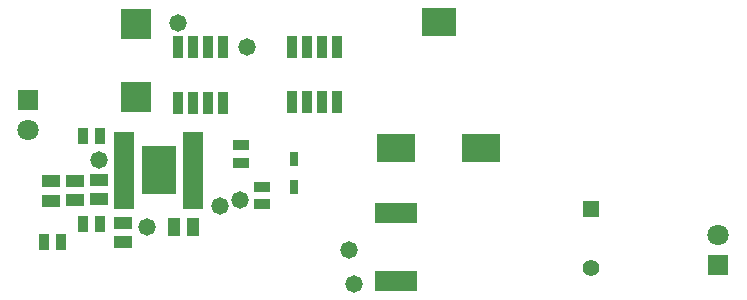
<source format=gts>
G04*
G04 #@! TF.GenerationSoftware,Altium Limited,Altium Designer,24.0.1 (36)*
G04*
G04 Layer_Color=8388736*
%FSLAX44Y44*%
%MOMM*%
G71*
G04*
G04 #@! TF.SameCoordinates,861917B8-4398-4D05-8FE2-F05A855006CB*
G04*
G04*
G04 #@! TF.FilePolarity,Negative*
G04*
G01*
G75*
%ADD19R,0.9500X1.3500*%
%ADD24R,1.3500X0.9500*%
%ADD27R,2.9732X2.4632*%
%ADD28R,3.2732X2.4632*%
%ADD29R,0.9232X1.9832*%
%ADD30R,1.5532X1.0532*%
%ADD31R,1.6532X0.6532*%
%ADD32R,2.9432X4.0632*%
%ADD33R,1.0532X1.5532*%
%ADD34R,2.6532X2.5532*%
%ADD35R,3.6232X1.7432*%
%ADD36R,0.7532X1.2532*%
%ADD37R,1.8032X1.8032*%
%ADD38C,1.8032*%
%ADD39R,1.4032X1.4032*%
%ADD40C,1.4032*%
%ADD41C,1.4732*%
D19*
X676910Y518160D02*
D03*
X661910D02*
D03*
X628770Y502920D02*
D03*
X643770D02*
D03*
X676790Y593090D02*
D03*
X661790D02*
D03*
D24*
X814070Y549910D02*
D03*
Y534910D02*
D03*
X796290Y570230D02*
D03*
Y585230D02*
D03*
D27*
X963150Y689330D02*
D03*
D28*
X999200Y582930D02*
D03*
X927100D02*
D03*
D29*
X877570Y668560D02*
D03*
X864870D02*
D03*
X852170D02*
D03*
X839470D02*
D03*
X877570Y621760D02*
D03*
X864870D02*
D03*
X852170D02*
D03*
X839470D02*
D03*
X780983Y667830D02*
D03*
X768282D02*
D03*
X755583D02*
D03*
X742883D02*
D03*
X780983Y621030D02*
D03*
X768282D02*
D03*
X755583D02*
D03*
X742883D02*
D03*
D30*
X635000Y537850D02*
D03*
Y554350D02*
D03*
X675640Y539120D02*
D03*
Y555620D02*
D03*
X655320Y554980D02*
D03*
Y538480D02*
D03*
X695778Y502920D02*
D03*
Y519420D02*
D03*
D31*
X697190Y593130D02*
D03*
Y586630D02*
D03*
Y580130D02*
D03*
Y573630D02*
D03*
Y567130D02*
D03*
Y560630D02*
D03*
Y554130D02*
D03*
Y547630D02*
D03*
Y541130D02*
D03*
Y534630D02*
D03*
X755690D02*
D03*
Y541130D02*
D03*
Y547630D02*
D03*
Y554130D02*
D03*
Y560630D02*
D03*
Y567130D02*
D03*
Y573630D02*
D03*
Y580130D02*
D03*
Y586630D02*
D03*
Y593130D02*
D03*
D32*
X726440Y563880D02*
D03*
D33*
X755650Y515620D02*
D03*
X739150D02*
D03*
D34*
X707390Y625590D02*
D03*
Y687590D02*
D03*
D35*
X927100Y528010D02*
D03*
Y470210D02*
D03*
D36*
X840740Y549910D02*
D03*
Y572910D02*
D03*
D37*
X1200150Y483870D02*
D03*
X615950Y623570D02*
D03*
D38*
X1200150Y509270D02*
D03*
X615950Y598170D02*
D03*
D39*
X1092200Y531330D02*
D03*
D40*
Y481330D02*
D03*
D41*
X675640Y572770D02*
D03*
X742950Y688340D02*
D03*
X795020Y538480D02*
D03*
X778510Y533400D02*
D03*
X891540Y467360D02*
D03*
X716280Y515620D02*
D03*
X887730Y496570D02*
D03*
X801370Y668020D02*
D03*
M02*

</source>
